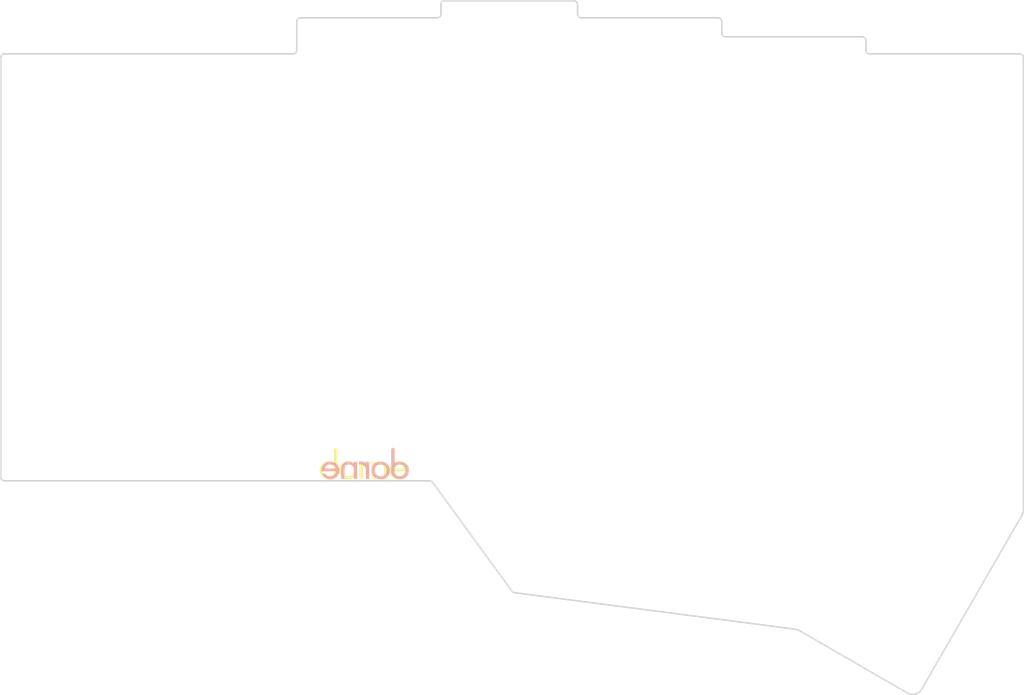
<source format=kicad_pcb>
(kicad_pcb (version 20211014) (generator pcbnew)
  (title_block (title "Dorne") (date "2020-09-28") (rev "3.0.1") (company "foostan/daveterra"))
  (layers (0 "F.Cu" signal) (31 "B.Cu" signal) (34 "B.Paste" user) (35 "F.Paste" user) (36 "B.SilkS" user "B.Silkscreen") (37 "F.SilkS" user "F.Silkscreen") (38 "B.Mask" user) (39 "F.Mask" user) (44 "Edge.Cuts" user))
  (net 0 "")
  (footprint "kbd:M2_HOLE_v2" (layer "F.Cu") (at 167.4 45)
    (fp_text reference "Ref**" hide)
    (fp_text value "Val**" hide)
    (pad "" np_thru_hole circle locked (at 0 0) (size 4.3 4.3) (drill 4.3) (layers *.Cu *.Mask))
  )
  (footprint "kbd:M2_HOLE_v2" (layer "F.Cu") (at 134.5 84.75)
    (fp_text reference "Ref**" hide)
    (fp_text value "Val**" hide)
    (pad "" np_thru_hole circle locked (at 0 0) (size 4.3 4.3) (drill 4.3) (layers *.Cu *.Mask))
  )
  (footprint "kbd:M2_HOLE_v2" (layer "F.Cu") (at 181 92)
    (fp_text reference "Ref**" hide)
    (fp_text value "Val**" hide)
    (pad "" np_thru_hole circle locked (at 0 0) (size 4.3 4.3) (drill 4.3) (layers *.Cu *.Mask))
  )
  (footprint "kbd:M2_HOLE_v2" (layer "F.Cu") (at 91.4 48.5)
    (fp_text reference "Ref**" hide)
    (fp_text value "Val**" hide)
    (pad "" np_thru_hole circle locked (at 0 0) (size 4.3 4.3) (drill 4.3) (layers *.Cu *.Mask))
  )
  (footprint "kbd:M2_HOLE_v2" (layer "F.Cu") (at 190.25 77)
    (fp_text reference "Ref**" hide)
    (fp_text value "Val**" hide)
    (pad "" np_thru_hole circle locked (at 0 0) (size 4.3 4.3) (drill 4.3) (layers *.Cu *.Mask))
  )
  (footprint "lib:dorne-logo-horizontal" (layer "F.Cu") (at 119.902276 84.959903)
    (fp_text reference "G***" hide)
    (fp_text value "LOGO" hide)
    (fp_line (start -3.77 0.2) (end -3.77 -2.83) (layer "F.SilkS") (width 0.45))
    (fp_poly (pts (xy 2.201991 -1.231209) (xy 2.296075 -1.227549) (xy 2.36649 -1.218545) (xy 2.426801 -1.201819) (xy 2.49057 -1.174995) (xy 2.544751 -1.148829) (xy 2.715798 -1.040487) (xy 2.849048 -0.901327) (xy 2.946379 -0.728622) (xy 3.009668 -0.519646) (xy 3.021075 -0.4572) (xy 3.028364 -0.38623) (xy 3.034903 -0.273475) (xy 3.040403 -0.127951) (xy 3.044574 0.04133) (xy 3.047127 0.225353) (xy 3.047808 0.37465) (xy 3.048 1.0414) (xy 2.6162 1.0414) (xy 2.6162 0.32211) (xy 2.615593 0.093457) (xy 2.6136 -0.090242) (xy 2.609963 -0.234823) (xy 2.604422 -0.346118) (xy 2.596719 -0.429963) (xy 2.586595 -0.492191) (xy 2.578697 -0.523466) (xy 2.513937 -0.661693) (xy 2.41303 -0.764894) (xy 2.277603 -0.832016) (xy 2.10928 -0.862001) (xy 2.054812 -0.8636) (xy 1.892341 -0.853183) (xy 1.762362 -0.818306) (xy 1.650264 -0.753528) (xy 1.57036 -0.683274) (xy 1.516173 -0.626269) (xy 1.472791 -0.570499) (xy 1.439023 -0.509635) (xy 1.413679 -0.437348) (xy 1.395567 -0.347311) (xy 1.383496 -0.233195) (xy 1.376277 -0.088673) (xy 1.372717 0.092585) (xy 1.371626 0.316907) (xy 1.3716 0.37291) (xy 1.3716 1.0414) (xy 0.9398 1.0414) (xy 0.9398 -1.2192) (xy 1.3716 -1.2192) (xy 1.3716 -0.961293) (xy 1.453864 -1.043558) (xy 1.540252 -1.119164) (xy 1.630955 -1.172431) (xy 1.736978 -1.206718) (xy 1.869324 -1.225384) (xy 2.038995 -1.231789) (xy 2.070674 -1.2319) (xy 2.201991 -1.231209)) (layer "F.SilkS") (width 0.01) (fill solid))
    (fp_poly (pts (xy -2.057514 -1.23816) (xy -1.80406 -1.202889) (xy -1.575975 -1.126193) (xy -1.376325 -1.010135) (xy -1.208175 -0.856778) (xy -1.074592 -0.668184) (xy -1.010044 -0.5334) (xy -0.978482 -0.419295) (xy -0.958215 -0.271629) (xy -0.94947 -0.10642) (xy -0.952475 0.060313) (xy -0.967457 0.212551) (xy -0.994644 0.334275) (xy -0.997595 0.3429) (xy -1.093981 0.540172) (xy -1.233225 0.716574) (xy -1.409821 0.866769) (xy -1.618259 0.985421) (xy -1.69316 1.01677) (xy -1.825179 1.053019) (xy -1.988165 1.076467) (xy -2.163719 1.086287) (xy -2.33344 1.08165) (xy -2.478926 1.061729) (xy -2.511747 1.053599) (xy -2.725647 0.971401) (xy -2.920379 0.853093) (xy -3.087345 0.705635) (xy -3.217944 0.535986) (xy -3.268818 0.440895) (xy -3.307163 0.338102) (xy -3.341349 0.213876) (xy -3.361401 0.110628) (xy -3.368752 -0.030776) (xy -2.944426 -0.030776) (xy -2.930091 0.116866) (xy -2.909959 0.198207) (xy -2.856706 0.310941) (xy -2.776305 0.426333) (xy -2.682322 0.527702) (xy -2.588326 0.598365) (xy -2.581542 0.60202) (xy -2.384802 0.678118) (xy -2.179811 0.708463) (xy -1.976396 0.692243) (xy -1.863836 0.661468) (xy -1.686556 0.574347) (xy -1.54209 0.450677) (xy -1.434913 0.294341) (xy -1.43048 0.285466) (xy -1.37749 0.129401) (xy -1.355507 -0.047702) (xy -1.364861 -0.226983) (xy -1.405879 -0.389579) (xy -1.418211 -0.4191) (xy -1.515542 -0.578094) (xy -1.643239 -0.702908) (xy -1.793936 -0.793377) (xy -1.960264 -0.849334) (xy -2.134858 -0.870614) (xy -2.310351 -0.857051) (xy -2.479376 -0.808478) (xy -2.634566 -0.72473) (xy -2.768555 -0.60564) (xy -2.873535 -0.451899) (xy -2.915081 -0.334193) (xy -2.939067 -0.187474) (xy -2.944426 -0.030776) (xy -3.368752 -0.030776) (xy -3.374262 -0.136764) (xy -3.34185 -0.371307) (xy -3.26665 -0.587948) (xy -3.151143 -0.781635) (xy -2.997813 -0.947313) (xy -2.80914 -1.079931) (xy -2.765081 -1.103197) (xy -2.590795 -1.177947) (xy -2.41947 -1.222719) (xy -2.233595 -1.240853) (xy -2.057514 -1.23816)) (layer "F.SilkS") (width 0.01) (fill solid))
    (fp_poly (pts (xy -4.440451 -1.224012) (xy -4.325752 -1.197898) (xy -4.10465 -1.107361) (xy -3.913207 -0.980964) (xy -3.756278 -0.823012) (xy -3.638718 -0.637812) (xy -3.604063 -0.557746) (xy -3.570036 -0.464269) (xy -3.558417 -0.405239) (xy -3.575702 -0.372739) (xy -3.628388 -0.358851) (xy -3.722971 -0.355657) (xy -3.769931 -0.3556) (xy -3.983861 -0.355601) (xy -4.014767 -0.449246) (xy -4.081357 -0.575106) (xy -4.187862 -0.686497) (xy -4.324037 -0.776988) (xy -4.479636 -0.840146) (xy -4.644415 -0.869539) (xy -4.686301 -0.870858) (xy -4.868631 -0.84809) (xy -5.038935 -0.783779) (xy -5.188484 -0.683911) (xy -5.308547 -0.554474) (xy -5.390395 -0.401453) (xy -5.396593 -0.383733) (xy -5.430144 -0.225076) (xy -5.435927 -0.049598) (xy -5.415241 0.124327) (xy -5.369387 0.278322) (xy -5.346325 0.326531) (xy -5.240596 0.477138) (xy -5.105721 0.589303) (xy -4.958398 0.660915) (xy -4.779711 0.703926) (xy -4.600241 0.703773) (xy -4.428428 0.663785) (xy -4.27271 0.587291) (xy -4.141526 0.477622) (xy -4.043316 0.338106) (xy -4.021733 0.291389) (xy -3.9751 0.17799) (xy -3.76555 0.177895) (xy -3.662832 0.178561) (xy -3.600716 0.18262) (xy -3.569005 0.192992) (xy -3.557503 0.212594) (xy -3.556 0.237887) (xy -3.571525 0.312902) (xy -3.613076 0.412781) (xy -3.673122 0.524252) (xy -3.744131 0.634041) (xy -3.818571 0.728876) (xy -3.857462 0.769119) (xy -4.037236 0.904131) (xy -4.246093 1.004811) (xy -4.47294 1.067913) (xy -4.706682 1.090194) (xy -4.9022 1.074664) (xy -5.095413 1.023943) (xy -5.283049 0.940877) (xy -5.45274 0.83286) (xy -5.592117 0.707289) (xy -5.659011 0.622165) (xy -5.74034 0.487841) (xy -5.79623 0.362887) (xy -5.830809 0.232138) (xy -5.848207 0.08043) (xy -5.852586 -0.0889) (xy -5.851081 -0.229806) (xy -5.845379 -0.333812) (xy -5.833702 -0.414764) (xy -5.81427 -0.486506) (xy -5.794649 -0.539803) (xy -5.689003 -0.739457) (xy -5.542738 -0.915974) (xy -5.363624 -1.061684) (xy -5.159431 -1.168915) (xy -5.1562 -1.170198) (xy -5.000217 -1.214086) (xy -4.816245 -1.238108) (xy -4.623313 -1.241628) (xy -4.440451 -1.224012)) (layer "F.SilkS") (width 0.01) (fill solid))
    (fp_poly (pts (xy 0.539737 -1.254564) (xy 0.6858 -1.238039) (xy 0.6858 -0.867271) (xy 0.55245 -0.880932) (xy 0.368351 -0.875861) (xy 0.198952 -0.824078) (xy 0.050381 -0.728944) (xy -0.071234 -0.593821) (xy -0.120111 -0.512131) (xy -0.2032 -0.351162) (xy -0.2032 1.0414) (xy -0.635 1.0414) (xy -0.635 -1.221255) (xy -0.42545 -1.213878) (xy -0.2159 -1.2065) (xy -0.1905 -0.984642) (xy -0.139731 -1.041054) (xy -0.021554 -1.137643) (xy 0.130298 -1.208733) (xy 0.303542 -1.250464) (xy 0.48589 -1.258975) (xy 0.539737 -1.254564)) (layer "F.SilkS") (width 0.01) (fill solid))
    (fp_poly (pts (xy 4.73403 -1.221594) (xy 4.956394 -1.155295) (xy 5.154633 -1.049787) (xy 5.324579 -0.909153) (xy 5.462059 -0.737476) (xy 5.562904 -0.538838) (xy 5.622943 -0.317322) (xy 5.6388 -0.121664) (xy 5.6388 0.0254) (xy 3.7338 0.0254) (xy 3.7338 0.098498) (xy 3.756717 0.221649) (xy 3.820155 0.349172) (xy 3.916143 0.470298) (xy 4.036711 0.574256) (xy 4.125888 0.628239) (xy 4.261742 0.679647) (xy 4.422404 0.704683) (xy 4.435372 0.705596) (xy 4.617629 0.703127) (xy 4.771303 0.666329) (xy 4.908995 0.590614) (xy 5.023693 0.491419) (xy 5.159513 0.3556) (xy 5.362768 0.3556) (xy 5.463311 0.356246) (xy 5.522533 0.360122) (xy 5.54991 0.370133) (xy 5.554919 0.389182) (xy 5.54923 0.41275) (xy 5.510917 0.498398) (xy 5.445999 0.601086) (xy 5.366274 0.704606) (xy 5.283544 0.792746) (xy 5.253357 0.819173) (xy 5.05449 0.948773) (xy 4.831802 1.038237) (xy 4.595096 1.085509) (xy 4.354173 1.088535) (xy 4.142857 1.052004) (xy 3.921745 0.967879) (xy 3.726925 0.844023) (xy 3.563325 0.685554) (xy 3.435874 0.49759) (xy 3.349501 0.285249) (xy 3.330344 0.208299) (xy 3.299808 -0.041758) (xy 3.313541 -0.281339) (xy 3.325722 -0.3302) (xy 3.735057 -0.3302) (xy 4.458328 -0.3302) (xy 4.670914 -0.330472) (xy 4.837999 -0.331479) (xy 4.964879 -0.333506) (xy 5.056851 -0.336842) (xy 5.119212 -0.341771) (xy 5.157259 -0.34858) (xy 5.176288 -0.357556) (xy 5.181597 -0.368986) (xy 5.1816 -0.369312) (xy 5.161223 -0.451242) (xy 5.106525 -0.546827) (xy 5.027152 -0.644278) (xy 4.932748 -0.731805) (xy 4.832961 -0.797617) (xy 4.829903 -0.799174) (xy 4.690847 -0.846723) (xy 4.526733 -0.867986) (xy 4.355928 -0.86304) (xy 4.196798 -0.831961) (xy 4.10506 -0.796156) (xy 3.958526 -0.694514) (xy 3.839649 -0.553203) (xy 3.759265 -0.393873) (xy 3.735057 -0.3302) (xy 3.325722 -0.3302) (xy 3.369367 -0.505265) (xy 3.465106 -0.708357) (xy 3.598579 -0.885437) (xy 3.767608 -1.031328) (xy 3.880499 -1.099311) (xy 4.075103 -1.183254) (xy 4.272426 -1.230099) (xy 4.491713 -1.2446) (xy 4.73403 -1.221594)) (layer "F.SilkS") (width 0.01) (fill solid))
  )
  (footprint "kbd:M2_HOLE_v2" (layer "F.Cu") (at 91.4 67.5)
    (fp_text reference "Ref**" hide)
    (fp_text value "Val**" hide)
    (pad "" np_thru_hole circle locked (at 0 0) (size 4.3 4.3) (drill 4.3) (layers *.Cu *.Mask))
  )
  (footprint "lib:dorne-logo-horizontal" (layer "B.Cu") (at 119.902276 84.96 180)
    (fp_text reference "G***" hide)
    (fp_text value "LOGO" hide)
    (fp_line (start -3.77 -0.2) (end -3.77 2.83) (layer "B.SilkS") (width 0.45))
    (fp_poly (pts (xy 4.73403 1.221594) (xy 4.956394 1.155295) (xy 5.154633 1.049787) (xy 5.324579 0.909153) (xy 5.462059 0.737476) (xy 5.562904 0.538838) (xy 5.622943 0.317322) (xy 5.6388 0.121664) (xy 5.6388 -0.0254) (xy 3.7338 -0.0254) (xy 3.7338 -0.098498) (xy 3.756717 -0.221649) (xy 3.820155 -0.349172) (xy 3.916143 -0.470298) (xy 4.036711 -0.574256) (xy 4.125888 -0.628239) (xy 4.261742 -0.679647) (xy 4.422404 -0.704683) (xy 4.435372 -0.705596) (xy 4.617629 -0.703127) (xy 4.771303 -0.666329) (xy 4.908995 -0.590614) (xy 5.023693 -0.491419) (xy 5.159513 -0.3556) (xy 5.362768 -0.3556) (xy 5.463311 -0.356246) (xy 5.522533 -0.360122) (xy 5.54991 -0.370133) (xy 5.554919 -0.389182) (xy 5.54923 -0.41275) (xy 5.510917 -0.498398) (xy 5.445999 -0.601086) (xy 5.366274 -0.704606) (xy 5.283544 -0.792746) (xy 5.253357 -0.819173) (xy 5.05449 -0.948773) (xy 4.831802 -1.038237) (xy 4.595096 -1.085509) (xy 4.354173 -1.088535) (xy 4.142857 -1.052004) (xy 3.921745 -0.967879) (xy 3.726925 -0.844023) (xy 3.563325 -0.685554) (xy 3.435874 -0.49759) (xy 3.349501 -0.285249) (xy 3.330344 -0.208299) (xy 3.299808 0.041758) (xy 3.313541 0.281339) (xy 3.325722 0.3302) (xy 3.735057 0.3302) (xy 4.458328 0.3302) (xy 4.670914 0.330472) (xy 4.837999 0.331479) (xy 4.964879 0.333506) (xy 5.056851 0.336842) (xy 5.119212 0.341771) (xy 5.157259 0.34858) (xy 5.176288 0.357556) (xy 5.181597 0.368986) (xy 5.1816 0.369312) (xy 5.161223 0.451242) (xy 5.106525 0.546827) (xy 5.027152 0.644278) (xy 4.932748 0.731805) (xy 4.832961 0.797617) (xy 4.829903 0.799174) (xy 4.690847 0.846723) (xy 4.526733 0.867986) (xy 4.355928 0.86304) (xy 4.196798 0.831961) (xy 4.10506 0.796156) (xy 3.958526 0.694514) (xy 3.839649 0.553203) (xy 3.759265 0.393873) (xy 3.735057 0.3302) (xy 3.325722 0.3302) (xy 3.369367 0.505265) (xy 3.465106 0.708357) (xy 3.598579 0.885437) (xy 3.767608 1.031328) (xy 3.880499 1.099311) (xy 4.075103 1.183254) (xy 4.272426 1.230099) (xy 4.491713 1.2446) (xy 4.73403 1.221594)) (layer "B.SilkS") (width 0.01) (fill solid))
    (fp_poly (pts (xy 0.539737 1.254564) (xy 0.6858 1.238039) (xy 0.6858 0.867271) (xy 0.55245 0.880932) (xy 0.368351 0.875861) (xy 0.198952 0.824078) (xy 0.050381 0.728944) (xy -0.071234 0.593821) (xy -0.120111 0.512131) (xy -0.2032 0.351162) (xy -0.2032 -1.0414) (xy -0.635 -1.0414) (xy -0.635 1.221255) (xy -0.42545 1.213878) (xy -0.2159 1.2065) (xy -0.1905 0.984642) (xy -0.139731 1.041054) (xy -0.021554 1.137643) (xy 0.130298 1.208733) (xy 0.303542 1.250464) (xy 0.48589 1.258975) (xy 0.539737 1.254564)) (layer "B.SilkS") (width 0.01) (fill solid))
    (fp_poly (pts (xy 2.201991 1.231209) (xy 2.296075 1.227549) (xy 2.36649 1.218545) (xy 2.426801 1.201819) (xy 2.49057 1.174995) (xy 2.544751 1.148829) (xy 2.715798 1.040487) (xy 2.849048 0.901327) (xy 2.946379 0.728622) (xy 3.009668 0.519646) (xy 3.021075 0.4572) (xy 3.028364 0.38623) (xy 3.034903 0.273475) (xy 3.040403 0.127951) (xy 3.044574 -0.04133) (xy 3.047127 -0.225353) (xy 3.047808 -0.37465) (xy 3.048 -1.0414) (xy 2.6162 -1.0414) (xy 2.6162 -0.32211) (xy 2.615593 -0.093457) (xy 2.6136 0.090242) (xy 2.609963 0.234823) (xy 2.604422 0.346118) (xy 2.596719 0.429963) (xy 2.586595 0.492191) (xy 2.578697 0.523466) (xy 2.513937 0.661693) (xy 2.41303 0.764894) (xy 2.277603 0.832016) (xy 2.10928 0.862001) (xy 2.054812 0.8636) (xy 1.892341 0.853183) (xy 1.762362 0.818306) (xy 1.650264 0.753528) (xy 1.57036 0.683274) (xy 1.516173 0.626269) (xy 1.472791 0.570499) (xy 1.439023 0.509635) (xy 1.413679 0.437348) (xy 1.395567 0.347311) (xy 1.383496 0.233195) (xy 1.376277 0.088673) (xy 1.372717 -0.092585) (xy 1.371626 -0.316907) (xy 1.3716 -0.37291) (xy 1.3716 -1.0414) (xy 0.9398 -1.0414) (xy 0.9398 1.2192) (xy 1.3716 1.2192) (xy 1.3716 0.961293) (xy 1.453864 1.043558) (xy 1.540252 1.119164) (xy 1.630955 1.172431) (xy 1.736978 1.206718) (xy 1.869324 1.225384) (xy 2.038995 1.231789) (xy 2.070674 1.2319) (xy 2.201991 1.231209)) (layer "B.SilkS") (width 0.01) (fill solid))
    (fp_poly (pts (xy -2.057514 1.23816) (xy -1.80406 1.202889) (xy -1.575975 1.126193) (xy -1.376325 1.010135) (xy -1.208175 0.856778) (xy -1.074592 0.668184) (xy -1.010044 0.5334) (xy -0.978482 0.419295) (xy -0.958215 0.271629) (xy -0.94947 0.10642) (xy -0.952475 -0.060313) (xy -0.967457 -0.212551) (xy -0.994644 -0.334275) (xy -0.997595 -0.3429) (xy -1.093981 -0.540172) (xy -1.233225 -0.716574) (xy -1.409821 -0.866769) (xy -1.618259 -0.985421) (xy -1.69316 -1.01677) (xy -1.825179 -1.053019) (xy -1.988165 -1.076467) (xy -2.163719 -1.086287) (xy -2.33344 -1.08165) (xy -2.478926 -1.061729) (xy -2.511747 -1.053599) (xy -2.725647 -0.971401) (xy -2.920379 -0.853093) (xy -3.087345 -0.705635) (xy -3.217944 -0.535986) (xy -3.268818 -0.440895) (xy -3.307163 -0.338102) (xy -3.341349 -0.213876) (xy -3.361401 -0.110628) (xy -3.368752 0.030776) (xy -2.944426 0.030776) (xy -2.930091 -0.116866) (xy -2.909959 -0.198207) (xy -2.856706 -0.310941) (xy -2.776305 -0.426333) (xy -2.682322 -0.527702) (xy -2.588326 -0.598365) (xy -2.581542 -0.60202) (xy -2.384802 -0.678118) (xy -2.179811 -0.708463) (xy -1.976396 -0.692243) (xy -1.863836 -0.661468) (xy -1.686556 -0.574347) (xy -1.54209 -0.450677) (xy -1.434913 -0.294341) (xy -1.43048 -0.285466) (xy -1.37749 -0.129401) (xy -1.355507 0.047702) (xy -1.364861 0.226983) (xy -1.405879 0.389579) (xy -1.418211 0.4191) (xy -1.515542 0.578094) (xy -1.643239 0.702908) (xy -1.793936 0.793377) (xy -1.960264 0.849334) (xy -2.134858 0.870614) (xy -2.310351 0.857051) (xy -2.479376 0.808478) (xy -2.634566 0.72473) (xy -2.768555 0.60564) (xy -2.873535 0.451899) (xy -2.915081 0.334193) (xy -2.939067 0.187474) (xy -2.944426 0.030776) (xy -3.368752 0.030776) (xy -3.374262 0.136764) (xy -3.34185 0.371307) (xy -3.26665 0.587948) (xy -3.151143 0.781635) (xy -2.997813 0.947313) (xy -2.80914 1.079931) (xy -2.765081 1.103197) (xy -2.590795 1.177947) (xy -2.41947 1.222719) (xy -2.233595 1.240853) (xy -2.057514 1.23816)) (layer "B.SilkS") (width 0.01) (fill solid))
    (fp_poly (pts (xy -4.440451 1.224012) (xy -4.325752 1.197898) (xy -4.10465 1.107361) (xy -3.913207 0.980964) (xy -3.756278 0.823012) (xy -3.638718 0.637812) (xy -3.604063 0.557746) (xy -3.570036 0.464269) (xy -3.558417 0.405239) (xy -3.575702 0.372739) (xy -3.628388 0.358851) (xy -3.722971 0.355657) (xy -3.769931 0.3556) (xy -3.983861 0.355601) (xy -4.014767 0.449246) (xy -4.081357 0.575106) (xy -4.187862 0.686497) (xy -4.324037 0.776988) (xy -4.479636 0.840146) (xy -4.644415 0.869539) (xy -4.686301 0.870858) (xy -4.868631 0.84809) (xy -5.038935 0.783779) (xy -5.188484 0.683911) (xy -5.308547 0.554474) (xy -5.390395 0.401453) (xy -5.396593 0.383733) (xy -5.430144 0.225076) (xy -5.435927 0.049598) (xy -5.415241 -0.124327) (xy -5.369387 -0.278322) (xy -5.346325 -0.326531) (xy -5.240596 -0.477138) (xy -5.105721 -0.589303) (xy -4.958398 -0.660915) (xy -4.779711 -0.703926) (xy -4.600241 -0.703773) (xy -4.428428 -0.663785) (xy -4.27271 -0.587291) (xy -4.141526 -0.477622) (xy -4.043316 -0.338106) (xy -4.021733 -0.291389) (xy -3.9751 -0.17799) (xy -3.76555 -0.177895) (xy -3.662832 -0.178561) (xy -3.600716 -0.18262) (xy -3.569005 -0.192992) (xy -3.557503 -0.212594) (xy -3.556 -0.237887) (xy -3.571525 -0.312902) (xy -3.613076 -0.412781) (xy -3.673122 -0.524252) (xy -3.744131 -0.634041) (xy -3.818571 -0.728876) (xy -3.857462 -0.769119) (xy -4.037236 -0.904131) (xy -4.246093 -1.004811) (xy -4.47294 -1.067913) (xy -4.706682 -1.090194) (xy -4.9022 -1.074664) (xy -5.095413 -1.023943) (xy -5.283049 -0.940877) (xy -5.45274 -0.83286) (xy -5.592117 -0.707289) (xy -5.659011 -0.622165) (xy -5.74034 -0.487841) (xy -5.79623 -0.362887) (xy -5.830809 -0.232138) (xy -5.848207 -0.08043) (xy -5.852586 0.0889) (xy -5.851081 0.229806) (xy -5.845379 0.333812) (xy -5.833702 0.414764) (xy -5.81427 0.486506) (xy -5.794649 0.539803) (xy -5.689003 0.739457) (xy -5.542738 0.915974) (xy -5.363624 1.061684) (xy -5.159431 1.168915) (xy -5.1562 1.170198) (xy -5.000217 1.214086) (xy -4.816245 1.238108) (xy -4.623313 1.241628) (xy -4.440451 1.224012)) (layer "B.SilkS") (width 0.01) (fill solid))
  )
  (gr_line (start 128.501743 86.25) (end 72.5 86.25) (layer "Edge.Cuts") (width 0.2))
  (gr_line (start 148.5 25.25) (end 166.5 25.25) (layer "Edge.Cuts") (width 0.2))
  (gr_line (start 128.855309 86.396328) (end 139.398333 100.853488) (layer "Edge.Cuts") (width 0.2))
  (gr_curve (pts (xy 191.370987 114.160783) (xy 192.006086 114.588852) (xy 192.867939 114.421013) (xy 193.296008 113.785925)) (layer "Edge.Cuts") (width 0.2))
  (gr_curve (pts (xy 193.296008 113.785925) (xy 193.29704 113.784387) (xy 193.298072 113.782849) (xy 193.299104 113.781311)) (layer "Edge.Cuts") (width 0.2))
  (gr_line (start 193.299104 113.781311) (end 206.523425 90.847416) (layer "Edge.Cuts") (width 0.2))
  (gr_curve (pts (xy 147.501937 22.999767) (xy 147.501937 22.999767) (xy 147.501937 22.999767) (xy 147.501937 22.999767)) (layer "Edge.Cuts") (width 0.2))
  (gr_line (start 206.25 30) (end 186.5 30) (layer "Edge.Cuts") (width 0.2))
  (gr_line (start 129.5 25.25) (end 111.5 25.25) (layer "Edge.Cuts") (width 0.2))
  (gr_line (start 111 25.75) (end 111 29.5) (layer "Edge.Cuts") (width 0.2))
  (gr_line (start 177.076904 105.899699) (end 191.370987 114.160783) (layer "Edge.Cuts") (width 0.2))
  (gr_line (start 147.5 23) (end 130.5 23) (layer "Edge.Cuts") (width 0.2))
  (gr_line (start 185.5 27.75) (end 167.5 27.75) (layer "Edge.Cuts") (width 0.2))
  (gr_curve (pts (xy 206.523425 90.847416) (xy 206.676162 90.582284) (xy 206.754604 90.280877) (xy 206.75 89.972644)) (layer "Edge.Cuts") (width 0.2))
  (gr_curve (pts (xy 139.398333 100.853488) (xy 139.492124 100.9472) (xy 139.619303 100.999825) (xy 139.751894 100.999779)) (layer "Edge.Cuts") (width 0.2))
  (gr_curve (pts (xy 177.076904 105.899699) (xy 176.863474 105.835256) (xy 176.644241 105.791868) (xy 176.422348 105.770159)) (layer "Edge.Cuts") (width 0.2))
  (gr_line (start 176.422348 105.770159) (end 139.751894 100.999779) (layer "Edge.Cuts") (width 0.2))
  (gr_line (start 72 85.75) (end 72 30.5) (layer "Edge.Cuts") (width 0.2))
  (gr_line (start 206.75 30.5) (end 206.75 89.972644) (layer "Edge.Cuts") (width 0.2))
  (gr_arc (start 206.25 30) (mid 206.604705 30.145295) (end 206.75 30.5) (layer "Edge.Cuts") (width 0.2))
  (gr_arc (start 186.5 30) (mid 186.145295 29.854705) (end 186 29.5) (layer "Edge.Cuts") (width 0.2))
  (gr_arc (start 147.5 23) (mid 147.854705 23.145295) (end 148 23.5) (layer "Edge.Cuts") (width 0.2))
  (gr_curve (pts (xy 128.857585 86.401425) (xy 128.763833 86.307842) (xy 128.636645 86.255127) (xy 128.504019 86.255097)) (layer "Edge.Cuts") (width 0.2))
  (gr_arc (start 130 23.5) (mid 130.145295 23.145295) (end 130.5 23) (layer "Edge.Cuts") (width 0.2))
  (gr_arc (start 72 30.5) (mid 72.145295 30.145295) (end 72.5 30) (layer "Edge.Cuts") (width 0.2))
  (gr_arc (start 130 24.75) (mid 129.854705 25.104705) (end 129.5 25.25) (layer "Edge.Cuts") (width 0.2))
  (gr_arc (start 111 25.75) (mid 111.145295 25.395295) (end 111.5 25.25) (layer "Edge.Cuts") (width 0.2))
  (gr_arc (start 72.5 86.25) (mid 72.145295 86.104705) (end 72 85.75) (layer "Edge.Cuts") (width 0.2))
  (gr_arc (start 166.5 25.25) (mid 166.854705 25.395295) (end 167 25.75) (layer "Edge.Cuts") (width 0.2))
  (gr_arc (start 111 29.5) (mid 110.854705 29.854705) (end 110.5 30) (layer "Edge.Cuts") (width 0.2))
  (gr_arc (start 167.5 27.75) (mid 167.145295 27.604705) (end 167 27.25) (layer "Edge.Cuts") (width 0.2))
  (gr_arc (start 148.5 25.25) (mid 148.145295 25.104705) (end 148 24.75) (layer "Edge.Cuts") (width 0.2))
  (gr_arc (start 185.5 27.75) (mid 185.854705 27.895295) (end 186 28.25) (layer "Edge.Cuts") (width 0.2))
  (gr_line (start 110.5 30) (end 72.5 30) (layer "Edge.Cuts") (width 0.2))
  (gr_line (start 167 25.75) (end 167 27.25) (layer "Edge.Cuts") (width 0.2))
  (gr_line (start 148 23.5) (end 148 24.75) (layer "Edge.Cuts") (width 0.2))
  (gr_line (start 186 28.25) (end 186 29.5) (layer "Edge.Cuts") (width 0.2))
  (gr_line (start 130 23.5) (end 130 24.75) (layer "Edge.Cuts") (width 0.2))
)
</source>
